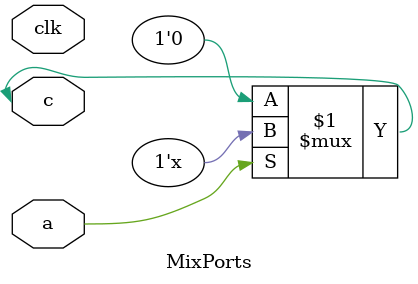
<source format=sv>
module MixPorts(
  input  logic clk,
  input  logic a,
  inout  wire  c
);
  // Tri-state assignment to inout wire - creates !llhd.ref<i1> type
  assign c = a ? 1'bz : 1'b0;
endmodule

</source>
